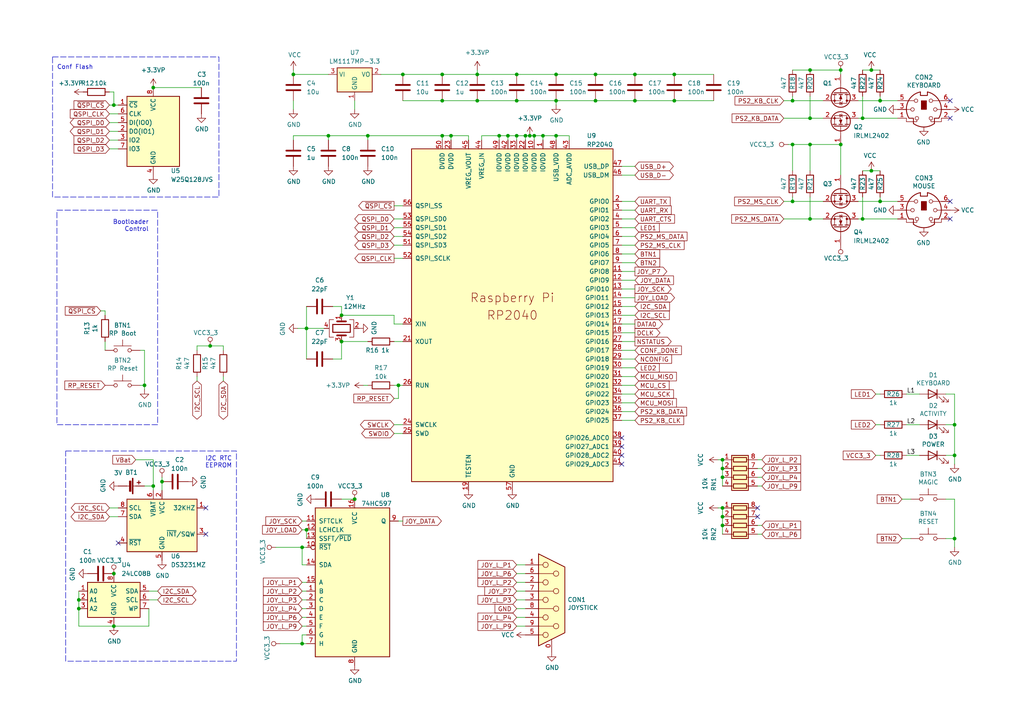
<source format=kicad_sch>
(kicad_sch (version 20250114) (generator "eeschema") (generator_version "9.0")
  (paper "A4")
  (title_block (title "Karabas Pro") (date "2024-05-01") (rev "F"))
  (rectangle (start 19.05 130.81) (end 68.58 191.77) (stroke (width 0) (type dash)))
  (rectangle (start 16.51 60.96) (end 45.72 123.19) (stroke (width 0) (type dash)))
  (rectangle (start 15.24 16.51) (end 63.5 57.15) (stroke (width 0) (type dash)))
  (text "I2C RTC\nEEPROM" (at 67.31 135.89 0) (effects (font (size 1.27 1.27)) (justify right bottom)))
  (text "Bootloader\nControl" (at 43.18 67.31 0) (effects (font (size 1.27 1.27)) (justify right bottom)))
  (text "Conf Flash" (at 16.51 20.32 0) (effects (font (size 1.27 1.27)) (justify left bottom)))
  (junction (at 234.95 34.29))
  (junction (at 195.58 21.59))
  (junction (at 33.02 166.37))
  (junction (at 157.48 39.37))
  (junction (at 115.57 111.76))
  (junction (at 154.94 39.37))
  (junction (at 106.68 39.37))
  (junction (at 22.86 176.53))
  (junction (at 149.86 29.21))
  (junction (at 209.55 152.4))
  (junction (at 44.45 25.4))
  (junction (at 153.67 39.37))
  (junction (at 243.84 20.32))
  (junction (at 250.19 63.5))
  (junction (at 46.99 139.7))
  (junction (at 229.87 29.21))
  (junction (at 44.45 140.97))
  (junction (at 234.95 63.5))
  (junction (at 161.29 21.59))
  (junction (at 138.43 21.59))
  (junction (at 255.27 58.42))
  (junction (at 33.02 30.48))
  (junction (at 184.15 29.21))
  (junction (at 128.27 29.21))
  (junction (at 99.06 91.44))
  (junction (at 229.87 41.91))
  (junction (at 234.95 41.91))
  (junction (at 172.72 29.21))
  (junction (at 276.86 156.21))
  (junction (at 152.4 39.37))
  (junction (at 22.86 173.99))
  (junction (at 85.09 21.59))
  (junction (at 102.87 144.78))
  (junction (at 209.55 138.43))
  (junction (at 60.96 100.33))
  (junction (at 276.86 123.19))
  (junction (at 88.9 95.25))
  (junction (at 209.55 147.32))
  (junction (at 128.27 39.37))
  (junction (at 276.86 132.08))
  (junction (at 147.32 39.37))
  (junction (at 209.55 133.35))
  (junction (at 209.55 135.89))
  (junction (at 116.84 21.59))
  (junction (at 252.73 49.53))
  (junction (at 209.55 149.86))
  (junction (at 184.15 21.59))
  (junction (at 255.27 29.21))
  (junction (at 130.81 39.37))
  (junction (at 87.63 186.69))
  (junction (at 33.02 181.61))
  (junction (at 195.58 29.21))
  (junction (at 234.95 20.32))
  (junction (at 95.25 39.37))
  (junction (at 87.63 158.75))
  (junction (at 99.06 99.06))
  (junction (at 149.86 21.59))
  (junction (at 41.91 111.76))
  (junction (at 229.87 58.42))
  (junction (at 161.29 39.37))
  (junction (at 144.78 39.37))
  (junction (at 250.19 34.29))
  (junction (at 88.9 153.67))
  (junction (at 128.27 21.59))
  (junction (at 172.72 21.59))
  (junction (at 243.84 41.91))
  (junction (at 252.73 20.32))
  (junction (at 161.29 29.21))
  (junction (at 149.86 39.37))
  (junction (at 138.43 29.21))
  (no_connect (at 59.69 147.32))
  (no_connect (at 219.71 147.32))
  (no_connect (at 180.34 127))
  (no_connect (at 59.69 154.94))
  (no_connect (at 275.59 58.42))
  (no_connect (at 275.59 34.29))
  (no_connect (at 219.71 149.86))
  (no_connect (at 275.59 29.21))
  (no_connect (at 275.59 63.5))
  (no_connect (at 180.34 129.54))
  (no_connect (at 180.34 134.62))
  (no_connect (at 34.29 157.48))
  (no_connect (at 180.34 132.08))
  (wire (pts (xy 31.75 30.48) (xy 33.02 30.48)))
  (wire (pts (xy 41.91 111.76) (xy 41.91 113.03)))
  (wire (pts (xy 274.32 156.21) (xy 276.86 156.21)))
  (wire (pts (xy 44.45 133.35) (xy 44.45 140.97)))
  (wire (pts (xy 154.94 39.37) (xy 154.94 40.64)))
  (wire (pts (xy 99.06 104.14) (xy 99.06 99.06)))
  (wire (pts (xy 262.89 132.08) (xy 266.7 132.08)))
  (wire (pts (xy 87.63 186.69) (xy 87.63 184.15)))
  (wire (pts (xy 22.86 173.99) (xy 22.86 176.53)))
  (wire (pts (xy 30.48 90.17) (xy 29.21 90.17)))
  (wire (pts (xy 184.15 21.59) (xy 195.58 21.59)))
  (wire (pts (xy 135.89 39.37) (xy 130.81 39.37)))
  (wire (pts (xy 41.91 140.97) (xy 44.45 140.97)))
  (wire (pts (xy 31.75 40.64) (xy 34.29 40.64)))
  (wire (pts (xy 43.18 181.61) (xy 33.02 181.61)))
  (wire (pts (xy 255.27 20.32) (xy 252.73 20.32)))
  (wire (pts (xy 261.62 156.21) (xy 264.16 156.21)))
  (wire (pts (xy 31.75 147.32) (xy 34.29 147.32)))
  (wire (pts (xy 180.34 68.58) (xy 184.15 68.58)))
  (wire (pts (xy 43.18 173.99) (xy 45.72 173.99)))
  (wire (pts (xy 57.15 100.33) (xy 60.96 100.33)))
  (wire (pts (xy 57.15 109.22) (xy 57.15 110.49)))
  (wire (pts (xy 260.35 29.21) (xy 255.27 29.21)))
  (wire (pts (xy 180.34 73.66) (xy 184.15 73.66)))
  (wire (pts (xy 248.92 63.5) (xy 250.19 63.5)))
  (wire (pts (xy 180.34 63.5) (xy 184.15 63.5)))
  (wire (pts (xy 85.09 20.32) (xy 85.09 21.59)))
  (wire (pts (xy 250.19 49.53) (xy 252.73 49.53)))
  (wire (pts (xy 180.34 58.42) (xy 184.15 58.42)))
  (wire (pts (xy 209.55 135.89) (xy 209.55 138.43)))
  (wire (pts (xy 255.27 132.08) (xy 254 132.08)))
  (wire (pts (xy 180.34 78.74) (xy 184.15 78.74)))
  (wire (pts (xy 114.3 99.06) (xy 116.84 99.06)))
  (wire (pts (xy 87.63 168.91) (xy 88.9 168.91)))
  (wire (pts (xy 105.41 111.76) (xy 106.68 111.76)))
  (wire (pts (xy 274.32 114.3) (xy 276.86 114.3)))
  (wire (pts (xy 229.87 57.15) (xy 229.87 58.42)))
  (wire (pts (xy 234.95 41.91) (xy 234.95 49.53)))
  (wire (pts (xy 44.45 140.97) (xy 44.45 142.24)))
  (wire (pts (xy 180.34 106.68) (xy 184.15 106.68)))
  (wire (pts (xy 209.55 133.35) (xy 209.55 135.89)))
  (wire (pts (xy 209.55 149.86) (xy 209.55 152.4)))
  (wire (pts (xy 172.72 21.59) (xy 184.15 21.59)))
  (wire (pts (xy 255.27 49.53) (xy 252.73 49.53)))
  (wire (pts (xy 248.92 29.21) (xy 255.27 29.21)))
  (wire (pts (xy 157.48 39.37) (xy 161.29 39.37)))
  (wire (pts (xy 106.68 39.37) (xy 128.27 39.37)))
  (wire (pts (xy 130.81 39.37) (xy 128.27 39.37)))
  (wire (pts (xy 227.33 58.42) (xy 229.87 58.42)))
  (wire (pts (xy 114.3 91.44) (xy 114.3 93.98)))
  (wire (pts (xy 229.87 58.42) (xy 238.76 58.42)))
  (wire (pts (xy 87.63 184.15) (xy 88.9 184.15)))
  (wire (pts (xy 41.91 101.6) (xy 41.91 111.76)))
  (wire (pts (xy 274.32 144.78) (xy 276.86 144.78)))
  (wire (pts (xy 99.06 99.06) (xy 106.68 99.06)))
  (wire (pts (xy 161.29 29.21) (xy 172.72 29.21)))
  (wire (pts (xy 234.95 63.5) (xy 238.76 63.5)))
  (wire (pts (xy 152.4 166.37) (xy 149.86 166.37)))
  (wire (pts (xy 31.75 38.1) (xy 34.29 38.1)))
  (wire (pts (xy 114.3 123.19) (xy 116.84 123.19)))
  (wire (pts (xy 87.63 176.53) (xy 88.9 176.53)))
  (wire (pts (xy 220.98 140.97) (xy 219.71 140.97)))
  (wire (pts (xy 149.86 163.83) (xy 152.4 163.83)))
  (wire (pts (xy 248.92 58.42) (xy 255.27 58.42)))
  (wire (pts (xy 250.19 20.32) (xy 252.73 20.32)))
  (wire (pts (xy 128.27 39.37) (xy 128.27 40.64)))
  (wire (pts (xy 180.34 66.04) (xy 184.15 66.04)))
  (wire (pts (xy 87.63 153.67) (xy 88.9 153.67)))
  (wire (pts (xy 139.7 40.64) (xy 139.7 39.37)))
  (wire (pts (xy 227.33 63.5) (xy 234.95 63.5)))
  (wire (pts (xy 180.34 104.14) (xy 184.15 104.14)))
  (wire (pts (xy 243.84 20.32) (xy 243.84 21.59)))
  (wire (pts (xy 152.4 173.99) (xy 149.86 173.99)))
  (wire (pts (xy 39.37 133.35) (xy 44.45 133.35)))
  (wire (pts (xy 227.33 29.21) (xy 229.87 29.21)))
  (wire (pts (xy 116.84 21.59) (xy 128.27 21.59)))
  (wire (pts (xy 184.15 29.21) (xy 195.58 29.21)))
  (wire (pts (xy 85.09 21.59) (xy 95.25 21.59)))
  (wire (pts (xy 87.63 158.75) (xy 87.63 163.83)))
  (wire (pts (xy 114.3 71.12) (xy 116.84 71.12)))
  (wire (pts (xy 180.34 60.96) (xy 184.15 60.96)))
  (wire (pts (xy 31.75 149.86) (xy 34.29 149.86)))
  (wire (pts (xy 30.48 90.17) (xy 30.48 91.44)))
  (wire (pts (xy 85.09 40.64) (xy 85.09 39.37)))
  (wire (pts (xy 87.63 151.13) (xy 88.9 151.13)))
  (wire (pts (xy 135.89 40.64) (xy 135.89 39.37)))
  (wire (pts (xy 250.19 27.94) (xy 250.19 34.29)))
  (wire (pts (xy 180.34 93.98) (xy 184.15 93.98)))
  (wire (pts (xy 180.34 71.12) (xy 184.15 71.12)))
  (wire (pts (xy 96.52 104.14) (xy 99.06 104.14)))
  (wire (pts (xy 262.89 114.3) (xy 266.7 114.3)))
  (wire (pts (xy 274.32 132.08) (xy 276.86 132.08)))
  (wire (pts (xy 44.45 25.4) (xy 58.42 25.4)))
  (wire (pts (xy 220.98 133.35) (xy 219.71 133.35)))
  (wire (pts (xy 114.3 68.58) (xy 116.84 68.58)))
  (wire (pts (xy 180.34 119.38) (xy 184.15 119.38)))
  (wire (pts (xy 180.34 114.3) (xy 184.15 114.3)))
  (wire (pts (xy 254 123.19) (xy 255.27 123.19)))
  (wire (pts (xy 114.3 125.73) (xy 116.84 125.73)))
  (wire (pts (xy 139.7 39.37) (xy 144.78 39.37)))
  (wire (pts (xy 87.63 171.45) (xy 88.9 171.45)))
  (wire (pts (xy 161.29 30.48) (xy 161.29 29.21)))
  (wire (pts (xy 87.63 173.99) (xy 88.9 173.99)))
  (wire (pts (xy 64.77 109.22) (xy 64.77 110.49)))
  (wire (pts (xy 149.86 181.61) (xy 152.4 181.61)))
  (wire (pts (xy 22.86 171.45) (xy 22.86 173.99)))
  (wire (pts (xy 138.43 20.32) (xy 138.43 21.59)))
  (wire (pts (xy 149.86 171.45) (xy 152.4 171.45)))
  (wire (pts (xy 254 114.3) (xy 255.27 114.3)))
  (wire (pts (xy 147.32 39.37) (xy 147.32 40.64)))
  (wire (pts (xy 209.55 133.35) (xy 208.28 133.35)))
  (wire (pts (xy 250.19 63.5) (xy 250.19 57.15)))
  (wire (pts (xy 114.3 93.98) (xy 116.84 93.98)))
  (wire (pts (xy 180.34 86.36) (xy 184.15 86.36)))
  (wire (pts (xy 276.86 132.08) (xy 276.86 134.62)))
  (wire (pts (xy 153.67 39.37) (xy 154.94 39.37)))
  (wire (pts (xy 40.64 101.6) (xy 41.91 101.6)))
  (wire (pts (xy 180.34 81.28) (xy 184.15 81.28)))
  (wire (pts (xy 40.64 111.76) (xy 41.91 111.76)))
  (wire (pts (xy 180.34 96.52) (xy 184.15 96.52)))
  (wire (pts (xy 255.27 29.21) (xy 255.27 27.94)))
  (wire (pts (xy 87.63 179.07) (xy 88.9 179.07)))
  (wire (pts (xy 31.75 43.18) (xy 34.29 43.18)))
  (wire (pts (xy 99.06 144.78) (xy 102.87 144.78)))
  (wire (pts (xy 234.95 27.94) (xy 234.95 34.29)))
  (wire (pts (xy 88.9 186.69) (xy 87.63 186.69)))
  (wire (pts (xy 180.34 91.44) (xy 184.15 91.44)))
  (wire (pts (xy 180.34 48.26) (xy 184.15 48.26)))
  (wire (pts (xy 138.43 21.59) (xy 149.86 21.59)))
  (wire (pts (xy 229.87 41.91) (xy 229.87 49.53)))
  (wire (pts (xy 46.99 139.7) (xy 46.99 142.24)))
  (wire (pts (xy 110.49 21.59) (xy 116.84 21.59)))
  (wire (pts (xy 276.86 156.21) (xy 276.86 158.75)))
  (wire (pts (xy 95.25 39.37) (xy 95.25 40.64)))
  (wire (pts (xy 57.15 101.6) (xy 57.15 100.33)))
  (wire (pts (xy 88.9 95.25) (xy 93.98 95.25)))
  (wire (pts (xy 114.3 66.04) (xy 116.84 66.04)))
  (wire (pts (xy 228.6 41.91) (xy 229.87 41.91)))
  (wire (pts (xy 180.34 111.76) (xy 184.15 111.76)))
  (wire (pts (xy 64.77 100.33) (xy 60.96 100.33)))
  (wire (pts (xy 114.3 115.57) (xy 115.57 115.57)))
  (wire (pts (xy 229.87 41.91) (xy 234.95 41.91)))
  (wire (pts (xy 95.25 39.37) (xy 106.68 39.37)))
  (wire (pts (xy 234.95 20.32) (xy 243.84 20.32)))
  (wire (pts (xy 180.34 101.6) (xy 184.15 101.6)))
  (wire (pts (xy 180.34 121.92) (xy 184.15 121.92)))
  (wire (pts (xy 152.4 39.37) (xy 152.4 40.64)))
  (wire (pts (xy 114.3 59.69) (xy 116.84 59.69)))
  (wire (pts (xy 144.78 39.37) (xy 147.32 39.37)))
  (wire (pts (xy 31.75 35.56) (xy 34.29 35.56)))
  (wire (pts (xy 234.95 34.29) (xy 238.76 34.29)))
  (wire (pts (xy 229.87 27.94) (xy 229.87 29.21)))
  (wire (pts (xy 128.27 21.59) (xy 138.43 21.59)))
  (wire (pts (xy 260.35 34.29) (xy 250.19 34.29)))
  (wire (pts (xy 248.92 34.29) (xy 250.19 34.29)))
  (wire (pts (xy 161.29 39.37) (xy 165.1 39.37)))
  (wire (pts (xy 149.86 168.91) (xy 152.4 168.91)))
  (wire (pts (xy 243.84 41.91) (xy 243.84 50.8)))
  (wire (pts (xy 149.86 21.59) (xy 161.29 21.59)))
  (wire (pts (xy 115.57 115.57) (xy 115.57 111.76)))
  (wire (pts (xy 229.87 20.32) (xy 234.95 20.32)))
  (wire (pts (xy 274.32 123.19) (xy 276.86 123.19)))
  (wire (pts (xy 172.72 29.21) (xy 184.15 29.21)))
  (wire (pts (xy 149.86 39.37) (xy 149.86 40.64)))
  (wire (pts (xy 88.9 153.67) (xy 88.9 156.21)))
  (wire (pts (xy 276.86 123.19) (xy 276.86 132.08)))
  (wire (pts (xy 106.68 39.37) (xy 106.68 40.64)))
  (wire (pts (xy 149.86 176.53) (xy 152.4 176.53)))
  (wire (pts (xy 114.3 63.5) (xy 116.84 63.5)))
  (wire (pts (xy 276.86 114.3) (xy 276.86 123.19)))
  (wire (pts (xy 96.52 88.9) (xy 99.06 88.9)))
  (wire (pts (xy 180.34 116.84) (xy 184.15 116.84)))
  (wire (pts (xy 86.36 95.25) (xy 88.9 95.25)))
  (wire (pts (xy 85.09 31.75) (xy 85.09 29.21)))
  (wire (pts (xy 276.86 144.78) (xy 276.86 156.21)))
  (wire (pts (xy 46.99 138.43) (xy 46.99 139.7)))
  (wire (pts (xy 115.57 111.76) (xy 114.3 111.76)))
  (wire (pts (xy 147.32 39.37) (xy 149.86 39.37)))
  (wire (pts (xy 99.06 88.9) (xy 99.06 91.44)))
  (wire (pts (xy 87.63 181.61) (xy 88.9 181.61)))
  (wire (pts (xy 130.81 39.37) (xy 130.81 40.64)))
  (wire (pts (xy 149.86 29.21) (xy 161.29 29.21)))
  (wire (pts (xy 234.95 57.15) (xy 234.95 63.5)))
  (wire (pts (xy 195.58 29.21) (xy 207.01 29.21)))
  (wire (pts (xy 261.62 144.78) (xy 264.16 144.78)))
  (wire (pts (xy 209.55 147.32) (xy 209.55 149.86)))
  (wire (pts (xy 180.34 83.82) (xy 184.15 83.82)))
  (wire (pts (xy 255.27 57.15) (xy 255.27 58.42)))
  (wire (pts (xy 43.18 176.53) (xy 43.18 181.61)))
  (wire (pts (xy 31.75 33.02) (xy 34.29 33.02)))
  (wire (pts (xy 30.48 99.06) (xy 30.48 101.6)))
  (wire (pts (xy 157.48 39.37) (xy 157.48 40.64)))
  (wire (pts (xy 33.02 30.48) (xy 34.29 30.48)))
  (wire (pts (xy 180.34 50.8) (xy 184.15 50.8)))
  (wire (pts (xy 80.01 158.75) (xy 87.63 158.75)))
  (wire (pts (xy 161.29 40.64) (xy 161.29 39.37)))
  (wire (pts (xy 22.86 181.61) (xy 33.02 181.61)))
  (wire (pts (xy 64.77 101.6) (xy 64.77 100.33)))
  (wire (pts (xy 22.86 176.53) (xy 22.86 181.61)))
  (wire (pts (xy 229.87 29.21) (xy 238.76 29.21)))
  (wire (pts (xy 180.34 88.9) (xy 184.15 88.9)))
  (wire (pts (xy 99.06 91.44) (xy 114.3 91.44)))
  (wire (pts (xy 260.35 63.5) (xy 250.19 63.5)))
  (wire (pts (xy 180.34 109.22) (xy 184.15 109.22)))
  (wire (pts (xy 165.1 39.37) (xy 165.1 40.64)))
  (wire (pts (xy 88.9 88.9) (xy 88.9 95.25)))
  (wire (pts (xy 149.86 39.37) (xy 152.4 39.37)))
  (wire (pts (xy 114.3 74.93) (xy 116.84 74.93)))
  (wire (pts (xy 152.4 39.37) (xy 153.67 39.37)))
  (wire (pts (xy 81.28 186.69) (xy 87.63 186.69)))
  (wire (pts (xy 208.28 147.32) (xy 209.55 147.32)))
  (wire (pts (xy 144.78 40.64) (xy 144.78 39.37)))
  (wire (pts (xy 102.87 29.21) (xy 102.87 31.75)))
  (wire (pts (xy 180.34 99.06) (xy 184.15 99.06)))
  (wire (pts (xy 262.89 123.19) (xy 266.7 123.19)))
  (wire (pts (xy 154.94 39.37) (xy 157.48 39.37)))
  (wire (pts (xy 209.55 138.43) (xy 209.55 140.97)))
  (wire (pts (xy 227.33 34.29) (xy 234.95 34.29)))
  (wire (pts (xy 87.63 158.75) (xy 88.9 158.75)))
  (wire (pts (xy 234.95 41.91) (xy 243.84 41.91)))
  (wire (pts (xy 87.63 163.83) (xy 88.9 163.83)))
  (wire (pts (xy 33.02 26.67) (xy 33.02 30.48)))
  (wire (pts (xy 43.18 171.45) (xy 45.72 171.45)))
  (wire (pts (xy 85.09 39.37) (xy 95.25 39.37)))
  (wire (pts (xy 115.57 151.13) (xy 116.84 151.13)))
  (wire (pts (xy 220.98 138.43) (xy 219.71 138.43)))
  (wire (pts (xy 255.27 58.42) (xy 260.35 58.42)))
  (wire (pts (xy 195.58 21.59) (xy 207.01 21.59)))
  (wire (pts (xy 220.98 135.89) (xy 219.71 135.89)))
  (wire (pts (xy 128.27 29.21) (xy 138.43 29.21)))
  (wire (pts (xy 88.9 95.25) (xy 88.9 104.14)))
  (wire (pts (xy 219.71 154.94) (xy 220.98 154.94)))
  (wire (pts (xy 116.84 29.21) (xy 128.27 29.21)))
  (wire (pts (xy 209.55 152.4) (xy 209.55 154.94)))
  (wire (pts (xy 180.34 76.2) (xy 184.15 76.2)))
  (wire (pts (xy 116.84 111.76) (xy 115.57 111.76)))
  (wire (pts (xy 31.75 26.67) (xy 33.02 26.67)))
  (wire (pts (xy 161.29 21.59) (xy 172.72 21.59)))
  (wire (pts (xy 138.43 29.21) (xy 149.86 29.21)))
  (wire (pts (xy 219.71 152.4) (xy 220.98 152.4)))
  (wire (pts (xy 149.86 179.07) (xy 152.4 179.07)))
  (label "L1" (at 265.43 114.3 180))
  (label "L3" (at 265.43 132.08 180))
  (label "L2" (at 265.43 123.19 180))
  (global_label "USB_D+" (shape bidirectional) (at 184.15 48.26 0) (property "Intersheetrefs" "${INTERSHEET_REFS}" (effects (hide yes))))
  (global_label "VBat" (shape input) (at 39.37 133.35 180) (property "Intersheetrefs" "${INTERSHEET_REFS}" (effects (hide yes))))
  (global_label "JOY_L_P6" (shape input) (at 149.86 166.37 180) (property "Intersheetrefs" "${INTERSHEET_REFS}" (effects (hide yes))))
  (global_label "PS2_MS_CLK" (shape input) (at 227.33 58.42 180) (property "Intersheetrefs" "${INTERSHEET_REFS}" (effects (hide yes))))
  (global_label "QSPI_D2" (shape input) (at 31.75 40.64 180) (property "Intersheetrefs" "${INTERSHEET_REFS}" (effects (hide yes))))
  (global_label "JOY_L_P1" (shape input) (at 220.98 152.4 0) (property "Intersheetrefs" "${INTERSHEET_REFS}" (effects (hide yes))))
  (global_label "SWCLK" (shape bidirectional) (at 114.3 123.19 180) (property "Intersheetrefs" "${INTERSHEET_REFS}" (effects (hide yes))))
  (global_label "I2C_SCL" (shape bidirectional) (at 45.72 173.99 0) (property "Intersheetrefs" "${INTERSHEET_REFS}" (effects (hide yes))))
  (global_label "JOY_L_P9" (shape input) (at 149.86 181.61 180) (property "Intersheetrefs" "${INTERSHEET_REFS}" (effects (hide yes))))
  (global_label "I2C_SCL" (shape input) (at 184.15 91.44 0) (property "Intersheetrefs" "${INTERSHEET_REFS}" (effects (hide yes))))
  (global_label "DCLK" (shape output) (at 184.15 96.52 0) (property "Intersheetrefs" "${INTERSHEET_REFS}" (effects (hide yes))))
  (global_label "USB_D-" (shape bidirectional) (at 184.15 50.8 0) (property "Intersheetrefs" "${INTERSHEET_REFS}" (effects (hide yes))))
  (global_label "GND" (shape input) (at 149.86 176.53 180) (property "Intersheetrefs" "${INTERSHEET_REFS}" (effects (hide yes))))
  (global_label "PS2_MS_DATA" (shape input) (at 184.15 68.58 0) (property "Intersheetrefs" "${INTERSHEET_REFS}" (effects (hide yes))))
  (global_label "QSPI_D2" (shape bidirectional) (at 114.3 68.58 180) (property "Intersheetrefs" "${INTERSHEET_REFS}" (effects (hide yes))))
  (global_label "JOY_P7" (shape input) (at 149.86 171.45 180) (property "Intersheetrefs" "${INTERSHEET_REFS}" (effects (hide yes))))
  (global_label "UART_CTS" (shape input) (at 184.15 63.5 0) (property "Intersheetrefs" "${INTERSHEET_REFS}" (effects (hide yes))))
  (global_label "JOY_P7" (shape output) (at 184.15 78.74 0) (property "Intersheetrefs" "${INTERSHEET_REFS}" (effects (hide yes))))
  (global_label "JOY_L_P1" (shape input) (at 149.86 163.83 180) (property "Intersheetrefs" "${INTERSHEET_REFS}" (effects (hide yes))))
  (global_label "QSPI_D0" (shape bidirectional) (at 31.75 35.56 180) (property "Intersheetrefs" "${INTERSHEET_REFS}" (effects (hide yes))))
  (global_label "QSPI_D3" (shape bidirectional) (at 114.3 71.12 180) (property "Intersheetrefs" "${INTERSHEET_REFS}" (effects (hide yes))))
  (global_label "JOY_L_P3" (shape input) (at 220.98 135.89 0) (property "Intersheetrefs" "${INTERSHEET_REFS}" (effects (hide yes))))
  (global_label "I2C_SCL" (shape bidirectional) (at 57.15 110.49 270) (property "Intersheetrefs" "${INTERSHEET_REFS}" (effects (hide yes))))
  (global_label "MCU_MISO" (shape input) (at 184.15 109.22 0) (property "Intersheetrefs" "${INTERSHEET_REFS}" (effects (hide yes))))
  (global_label "LED1" (shape input) (at 184.15 66.04 0) (property "Intersheetrefs" "${INTERSHEET_REFS}" (effects (hide yes))))
  (global_label "JOY_L_P2" (shape input) (at 220.98 133.35 0) (property "Intersheetrefs" "${INTERSHEET_REFS}" (effects (hide yes))))
  (global_label "I2C_SCL" (shape bidirectional) (at 31.75 147.32 180) (property "Intersheetrefs" "${INTERSHEET_REFS}" (effects (hide yes))))
  (global_label "QSPI_D1" (shape bidirectional) (at 31.75 38.1 180) (property "Intersheetrefs" "${INTERSHEET_REFS}" (effects (hide yes))))
  (global_label "NCONFIG" (shape input) (at 184.15 104.14 0) (property "Intersheetrefs" "${INTERSHEET_REFS}" (effects (hide yes))))
  (global_label "PS2_MS_DATA" (shape input) (at 227.33 63.5 180) (property "Intersheetrefs" "${INTERSHEET_REFS}" (effects (hide yes))))
  (global_label "JOY_LOAD" (shape input) (at 87.63 153.67 180) (property "Intersheetrefs" "${INTERSHEET_REFS}" (effects (hide yes))))
  (global_label "BTN1" (shape input) (at 184.15 73.66 0) (property "Intersheetrefs" "${INTERSHEET_REFS}" (effects (hide yes))))
  (global_label "~{QSPI_CS}" (shape input) (at 29.21 90.17 180) (property "Intersheetrefs" "${INTERSHEET_REFS}" (effects (hide yes))))
  (global_label "RP_RESET" (shape input) (at 30.48 111.76 180) (property "Intersheetrefs" "${INTERSHEET_REFS}" (effects (hide yes))))
  (global_label "LED2" (shape input) (at 184.15 106.68 0) (property "Intersheetrefs" "${INTERSHEET_REFS}" (effects (hide yes))))
  (global_label "JOY_SCK" (shape output) (at 184.15 83.82 0) (property "Intersheetrefs" "${INTERSHEET_REFS}" (effects (hide yes))))
  (global_label "BTN1" (shape input) (at 261.62 144.78 180) (property "Intersheetrefs" "${INTERSHEET_REFS}" (effects (hide yes))))
  (global_label "JOY_L_P3" (shape input) (at 149.86 173.99 180) (property "Intersheetrefs" "${INTERSHEET_REFS}" (effects (hide yes))))
  (global_label "JOY_L_P6" (shape input) (at 87.63 179.07 180) (property "Intersheetrefs" "${INTERSHEET_REFS}" (effects (hide yes))))
  (global_label "MCU_MOSI" (shape input) (at 184.15 116.84 0) (property "Intersheetrefs" "${INTERSHEET_REFS}" (effects (hide yes))))
  (global_label "~{QSPI_CS}" (shape input) (at 31.75 30.48 180) (property "Intersheetrefs" "${INTERSHEET_REFS}" (effects (hide yes))))
  (global_label "PS2_KB_DATA" (shape input) (at 227.33 34.29 180) (property "Intersheetrefs" "${INTERSHEET_REFS}" (effects (hide yes))))
  (global_label "JOY_L_P9" (shape input) (at 220.98 140.97 0) (property "Intersheetrefs" "${INTERSHEET_REFS}" (effects (hide yes))))
  (global_label "PS2_MS_CLK" (shape input) (at 184.15 71.12 0) (property "Intersheetrefs" "${INTERSHEET_REFS}" (effects (hide yes))))
  (global_label "UART_TX" (shape input) (at 184.15 58.42 0) (property "Intersheetrefs" "${INTERSHEET_REFS}" (effects (hide yes))))
  (global_label "JOY_L_P2" (shape input) (at 149.86 168.91 180) (property "Intersheetrefs" "${INTERSHEET_REFS}" (effects (hide yes))))
  (global_label "PS2_KB_DATA" (shape input) (at 184.15 119.38 0) (property "Intersheetrefs" "${INTERSHEET_REFS}" (effects (hide yes))))
  (global_label "JOY_L_P2" (shape input) (at 87.63 171.45 180) (property "Intersheetrefs" "${INTERSHEET_REFS}" (effects (hide yes))))
  (global_label "QSPI_CLK" (shape output) (at 114.3 74.93 180) (property "Intersheetrefs" "${INTERSHEET_REFS}" (effects (hide yes))))
  (global_label "JOY_L_P4" (shape input) (at 87.63 176.53 180) (property "Intersheetrefs" "${INTERSHEET_REFS}" (effects (hide yes))))
  (global_label "PS2_KB_CLK" (shape input) (at 227.33 29.21 180) (property "Intersheetrefs" "${INTERSHEET_REFS}" (effects (hide yes))))
  (global_label "QSPI_CLK" (shape input) (at 31.75 33.02 180) (property "Intersheetrefs" "${INTERSHEET_REFS}" (effects (hide yes))))
  (global_label "VCC3_3" (shape input) (at 254 132.08 180) (property "Intersheetrefs" "${INTERSHEET_REFS}" (effects (hide yes))))
  (global_label "DATA0" (shape output) (at 184.15 93.98 0) (property "Intersheetrefs" "${INTERSHEET_REFS}" (effects (hide yes))))
  (global_label "QSPI_D0" (shape bidirectional) (at 114.3 63.5 180) (property "Intersheetrefs" "${INTERSHEET_REFS}" (effects (hide yes))))
  (global_label "MCU_SCK" (shape input) (at 184.15 114.3 0) (property "Intersheetrefs" "${INTERSHEET_REFS}" (effects (hide yes))))
  (global_label "MCU_CS" (shape input) (at 184.15 111.76 0) (property "Intersheetrefs" "${INTERSHEET_REFS}" (effects (hide yes))))
  (global_label "NSTATUS" (shape output) (at 184.15 99.06 0) (property "Intersheetrefs" "${INTERSHEET_REFS}" (effects (hide yes))))
  (global_label "JOY_DATA" (shape output) (at 116.84 151.13 0) (property "Intersheetrefs" "${INTERSHEET_REFS}" (effects (hide yes))))
  (global_label "QSPI_D3" (shape input) (at 31.75 43.18 180) (property "Intersheetrefs" "${INTERSHEET_REFS}" (effects (hide yes))))
  (global_label "JOY_L_P1" (shape input) (at 87.63 168.91 180) (property "Intersheetrefs" "${INTERSHEET_REFS}" (effects (hide yes))))
  (global_label "I2C_SDA" (shape input) (at 184.15 88.9 0) (property "Intersheetrefs" "${INTERSHEET_REFS}" (effects (hide yes))))
  (global_label "JOY_L_P4" (shape input) (at 149.86 179.07 180) (property "Intersheetrefs" "${INTERSHEET_REFS}" (effects (hide yes))))
  (global_label "LED2" (shape input) (at 254 123.19 180) (property "Intersheetrefs" "${INTERSHEET_REFS}" (effects (hide yes))))
  (global_label "I2C_SDA" (shape bidirectional) (at 31.75 149.86 180) (property "Intersheetrefs" "${INTERSHEET_REFS}" (effects (hide yes))))
  (global_label "I2C_SDA" (shape bidirectional) (at 45.72 171.45 0) (property "Intersheetrefs" "${INTERSHEET_REFS}" (effects (hide yes))))
  (global_label "I2C_SDA" (shape bidirectional) (at 64.77 110.49 270) (property "Intersheetrefs" "${INTERSHEET_REFS}" (effects (hide yes))))
  (global_label "RP_RESET" (shape input) (at 114.3 115.57 180) (property "Intersheetrefs" "${INTERSHEET_REFS}" (effects (hide yes))))
  (global_label "JOY_L_P4" (shape input) (at 220.98 138.43 0) (property "Intersheetrefs" "${INTERSHEET_REFS}" (effects (hide yes))))
  (global_label "BTN2" (shape input) (at 184.15 76.2 0) (property "Intersheetrefs" "${INTERSHEET_REFS}" (effects (hide yes))))
  (global_label "CONF_DONE" (shape input) (at 184.15 101.6 0) (property "Intersheetrefs" "${INTERSHEET_REFS}" (effects (hide yes))))
  (global_label "JOY_LOAD" (shape output) (at 184.15 86.36 0) (property "Intersheetrefs" "${INTERSHEET_REFS}" (effects (hide yes))))
  (global_label "SWDIO" (shape bidirectional) (at 114.3 125.73 180) (property "Intersheetrefs" "${INTERSHEET_REFS}" (effects (hide yes))))
  (global_label "UART_RX" (shape input) (at 184.15 60.96 0) (property "Intersheetrefs" "${INTERSHEET_REFS}" (effects (hide yes))))
  (global_label "~{QSPI_CS}" (shape output) (at 114.3 59.69 180) (property "Intersheetrefs" "${INTERSHEET_REFS}" (effects (hide yes))))
  (global_label "JOY_L_P6" (shape input) (at 220.98 154.94 0) (property "Intersheetrefs" "${INTERSHEET_REFS}" (effects (hide yes))))
  (global_label "JOY_DATA" (shape input) (at 184.15 81.28 0) (property "Intersheetrefs" "${INTERSHEET_REFS}" (effects (hide yes))))
  (global_label "LED1" (shape input) (at 254 114.3 180) (property "Intersheetrefs" "${INTERSHEET_REFS}" (effects (hide yes))))
  (global_label "JOY_L_P9" (shape input) (at 87.63 181.61 180) (property "Intersheetrefs" "${INTERSHEET_REFS}" (effects (hide yes))))
  (global_label "JOY_SCK" (shape input) (at 87.63 151.13 180) (property "Intersheetrefs" "${INTERSHEET_REFS}" (effects (hide yes))))
  (global_label "PS2_KB_CLK" (shape input) (at 184.15 121.92 0) (property "Intersheetrefs" "${INTERSHEET_REFS}" (effects (hide yes))))
  (global_label "QSPI_D1" (shape bidirectional) (at 114.3 66.04 180) (property "Intersheetrefs" "${INTERSHEET_REFS}" (effects (hide yes))))
  (global_label "BTN2" (shape input) (at 261.62 156.21 180) (property "Intersheetrefs" "${INTERSHEET_REFS}" (effects (hide yes))))
  (global_label "JOY_L_P3" (shape input) (at 87.63 173.99 180) (property "Intersheetrefs" "${INTERSHEET_REFS}" (effects (hide yes))))
  (symbol (lib_id "power:+3.3VP") (at 153.67 39.37 0) (unit 1)
    (property "Reference" "#PWR061" (effects (hide yes)))
    (property "Value" "+3.3VP" (at 153.67 34.29 0))
  )
  (symbol (lib_id "power:+3.3VP") (at 44.45 25.4 0) (unit 1)
    (property "Reference" "#PWR036" (effects (hide yes)))
    (property "Value" "+3.3VP" (at 44.45 20.32 0))
  )
  (symbol (lib_id "Device:Battery_Cell") (at 36.83 140.97 270) (mirror x) (unit 1)
    (property "Reference" "BT1" (at 36.322 137.033 90) (effects (justify left)))
    (property "Value" "3V" (at 33.02 137.16 90) (effects (justify left)))
    (property "Footprint" "footprints:BAT_BS-7-BLUE" (effects (hide yes)))
  )
  (symbol (lib_id "Regulator_Linear:LM1117MP-3.3") (at 102.87 21.59 0) (unit 1)
    (property "Reference" "U7" (at 102.87 15.24 0))
    (property "Value" "LM1117MP-3.3" (at 102.87 17.78 0))
    (property "Footprint" "Package_TO_SOT_SMD:SOT-223-3_TabPin2" (effects (hide yes)))
    (property "Datasheet" "http://www.ti.com/lit/ds/symlink/lm1117.pdf" (effects (hide yes)))
  )
  (symbol (lib_id "Device:R_Pack04") (at 214.63 152.4 270) (unit 1)
    (property "Reference" "RN2" (at 207.01 154.94 0))
    (property "Value" "10k" (at 204.47 154.94 0))
    (property "Footprint" "Resistor_SMD:R_Array_Convex_4x0603" (effects (hide yes)))
  )
  (symbol (lib_id "Device:C") (at 138.43 25.4 0) (unit 1)
    (property "Reference" "C13" (at 142.24 24.13 0) (effects (justify left)))
    (property "Value" "100n" (at 142.24 26.67 0) (effects (justify left)))
    (property "Footprint" "Capacitor_SMD:C_0805_2012Metric_Pad1.18x1.45mm_HandSolder" (effects (hide yes)))
  )
  (symbol (lib_id "Switch:SW_Push") (at 269.24 144.78 0) (unit 1)
    (property "Reference" "BTN3" (at 269.24 137.541 0))
    (property "Value" "MAGIC" (at 269.24 139.8524 0))
    (property "Footprint" "Button_Switch_THT:SW_Tactile_SPST_Angled_PTS645Vx58-2LFS" (effects (hide yes)))
  )
  (symbol (lib_id "power:GND") (at 260.35 60.96 270) (mirror x) (unit 1)
    (property "Reference" "#PWR072" (effects (hide yes)))
    (property "Value" "GND" (at 255.27 60.96 90))
  )
  (symbol (lib_id "power:GND") (at 276.86 158.75 0) (unit 1)
    (property "Reference" "#PWR078" (effects (hide yes)))
    (property "Value" "GND" (at 276.987 163.1442 0))
  )
  (symbol (lib_id "Device:LED") (at 270.51 123.19 0) (mirror y) (unit 1)
    (property "Reference" "D2" (at 270.6878 117.6782 0))
    (property "Value" "ACTIVITY" (at 270.6878 119.9896 0))
    (property "Footprint" "LED_SMD:LED_0805_2012Metric_Pad1.15x1.40mm_HandSolder" (effects (hide yes)))
  )
  (symbol (lib_id "Transistor_FET:IRLML0030") (at 243.84 66.04 270) (mirror x) (unit 1)
    (property "Reference" "Q4" (at 248.92 67.31 90))
    (property "Value" "IRLML2402" (at 252.73 69.85 90))
    (property "Footprint" "Package_TO_SOT_SMD:SOT-23" (effects (hide yes)))
    (property "Datasheet" "https://www.infineon.com/dgdl/irlml0030pbf.pdf?fileId=5546d462533600a401535664773825df" (effects (hide yes)))
  )
  (symbol (lib_id "Switch:SW_Push") (at 269.24 156.21 0) (unit 1)
    (property "Reference" "BTN4" (at 269.24 148.971 0))
    (property "Value" "RESET" (at 269.24 151.2824 0))
    (property "Footprint" "Button_Switch_THT:SW_Tactile_SPST_Angled_PTS645Vx58-2LFS" (effects (hide yes)))
  )
  (symbol (lib_id "power:+3.3VP") (at 105.41 111.76 90) (unit 1)
    (property "Reference" "#PWR055" (effects (hide yes)))
    (property "Value" "+3.3VP" (at 101.6 111.76 90) (effects (justify left)))
  )
  (symbol (lib_id "Device:R") (at 229.87 53.34 0) (mirror x) (unit 1)
    (property "Reference" "R19" (at 229.87 53.34 90))
    (property "Value" "4k7" (at 227.33 53.34 90))
    (property "Footprint" "Resistor_SMD:R_0805_2012Metric_Pad1.20x1.40mm_HandSolder" (effects (hide yes)))
  )
  (symbol (lib_id "power:GND") (at 85.09 48.26 0) (unit 1)
    (property "Reference" "#PWR047" (effects (hide yes)))
    (property "Value" "GND" (at 85.217 52.6542 0))
  )
  (symbol (lib_id "Device:R") (at 250.19 24.13 0) (mirror x) (unit 1)
    (property "Reference" "R22" (at 250.19 24.13 90))
    (property "Value" "4k7" (at 247.65 24.13 90))
    (property "Footprint" "Resistor_SMD:R_0805_2012Metric_Pad1.15x1.40mm_HandSolder" (effects (hide yes)))
  )
  (symbol (lib_id "Device:C") (at 92.71 104.14 270) (unit 1)
    (property "Reference" "C7" (at 92.71 96.52 90))
    (property "Value" "22pF" (at 92.71 99.06 90))
    (property "Footprint" "Capacitor_SMD:C_0805_2012Metric_Pad1.18x1.45mm_HandSolder" (effects (hide yes)))
  )
  (symbol (lib_id "Device:R") (at 259.08 132.08 90) (unit 1)
    (property "Reference" "R28" (at 259.08 132.08 90))
    (property "Value" "1k" (at 259.08 134.62 90))
    (property "Footprint" "Resistor_SMD:R_0805_2012Metric_Pad1.15x1.40mm_HandSolder" (effects (hide yes)))
  )
  (symbol (lib_id "power:+3.3VP") (at 138.43 20.32 0) (unit 1)
    (property "Reference" "#PWR058" (effects (hide yes)))
    (property "Value" "+3.3VP" (at 138.43 15.24 0))
  )
  (symbol (lib_id "vcc33:VCC3_3") (at 80.01 158.75 90) (unit 1)
    (property "Reference" "#PWR043" (effects (hide yes)))
    (property "Value" "VCC3_3" (at 76.2 160.02 0))
  )
  (symbol (lib_id "vcc33:VCC3_3") (at 102.87 144.78 0) (unit 1)
    (property "Reference" "#PWR052" (effects (hide yes)))
    (property "Value" "VCC3_3" (at 101.6 140.97 0))
  )
  (symbol (lib_id "power:+3.3VP") (at 24.13 26.67 90) (unit 1)
    (property "Reference" "#PWR029" (effects (hide yes)))
    (property "Value" "+3.3VP" (at 24.13 24.13 90) (effects (justify left)))
  )
  (symbol (lib_id "power:GND") (at 102.87 193.04 0) (unit 1)
    (property "Reference" "#PWR053" (effects (hide yes)))
    (property "Value" "GND" (at 102.997 197.4342 0))
  )
  (symbol (lib_id "Device:C") (at 92.71 88.9 270) (unit 1)
    (property "Reference" "C6" (at 92.71 81.28 90))
    (property "Value" "22pF" (at 92.71 83.82 90))
    (property "Footprint" "Capacitor_SMD:C_0805_2012Metric_Pad1.18x1.45mm_HandSolder" (effects (hide yes)))
  )
  (symbol (lib_id "Device:R") (at 255.27 24.13 0) (mirror x) (unit 1)
    (property "Reference" "R24" (at 255.27 24.13 90))
    (property "Value" "4k7" (at 252.73 24.13 90))
    (property "Footprint" "Resistor_SMD:R_0805_2012Metric_Pad1.15x1.40mm_HandSolder" (effects (hide yes)))
  )
  (symbol (lib_id "Transistor_FET:IRLML0030") (at 243.84 26.67 270) (unit 1)
    (property "Reference" "Q1" (at 240.03 24.13 90))
    (property "Value" "IRLML2402" (effects (hide yes)))
    (property "Footprint" "Package_TO_SOT_SMD:SOT-23" (effects (hide yes)))
    (property "Datasheet" "https://www.infineon.com/dgdl/irlml0030pbf.pdf?fileId=5546d462533600a401535664773825df" (effects (hide yes)))
  )
  (symbol (lib_id "Device:R") (at 250.19 53.34 0) (mirror x) (unit 1)
    (property "Reference" "R23" (at 250.19 53.34 90))
    (property "Value" "4k7" (at 247.65 53.34 90))
    (property "Footprint" "Resistor_SMD:R_0805_2012Metric_Pad1.15x1.40mm_HandSolder" (effects (hide yes)))
  )
  (symbol (lib_id "power:GND") (at 276.86 134.62 0) (unit 1)
    (property "Reference" "#PWR077" (effects (hide yes)))
    (property "Value" "GND" (at 276.987 139.0142 0))
  )
  (symbol (lib_id "power:VCC") (at 275.59 31.75 270) (mirror x) (unit 1)
    (property "Reference" "#PWR075" (effects (hide yes)))
    (property "Value" "VCC" (at 280.67 31.75 90))
  )
  (symbol (lib_id "Device:R") (at 229.87 24.13 0) (mirror x) (unit 1)
    (property "Reference" "R18" (at 229.87 24.13 90))
    (property "Value" "4k7" (at 227.33 24.13 90))
    (property "Footprint" "Resistor_SMD:R_0805_2012Metric_Pad1.20x1.40mm_HandSolder" (effects (hide yes)))
  )
  (symbol (lib_id "power:GND") (at 95.25 48.26 0) (unit 1)
    (property "Reference" "#PWR050" (effects (hide yes)))
    (property "Value" "GND" (at 95.377 52.6542 0))
  )
  (symbol (lib_id "vcc33:VCC3_3") (at 228.6 41.91 90) (mirror x) (unit 1)
    (property "Reference" "#PWR066" (effects (hide yes)))
    (property "Value" "VCC3_3" (at 220.98 41.91 90))
  )
  (symbol (lib_id "vcc33:VCC3_3") (at 60.96 100.33 0) (unit 1)
    (property "Reference" "#PWR042" (effects (hide yes)))
    (property "Value" "VCC3_3" (at 59.69 96.52 0))
  )
  (symbol (lib_id "Device:R_Pack04") (at 214.63 138.43 270) (unit 1)
    (property "Reference" "RN1" (at 207.01 138.43 0) (effects (justify left)))
    (property "Value" "10k" (at 204.47 138.43 0) (effects (justify left)))
    (property "Footprint" "Resistor_SMD:R_Array_Convex_4x0603" (effects (hide yes)))
  )
  (symbol (lib_id "Connector:DB9_Female_MountingHoles") (at 160.02 173.99 0) (unit 1)
    (property "Reference" "CON1" (at 164.592 173.9392 0) (effects (justify left)))
    (property "Value" "JOYSTICK" (at 164.592 176.2506 0) (effects (justify left)))
    (property "Footprint" "Connector_Dsub:DSUB-9_Male_Horizontal_P2.77x2.84mm_EdgePinOffset7.70mm_Housed_MountingHolesOffset9.12mm" (effects (hide yes)))
    (property "Datasheet" " ~" (effects (hide yes)))
  )
  (symbol (lib_id "power:GND") (at 148.59 142.24 0) (unit 1)
    (property "Reference" "#PWR059" (effects (hide yes)))
    (property "Value" "GND" (at 148.717 146.6342 0))
  )
  (symbol (lib_id "power:GND") (at 54.61 139.7 90) (mirror x) (unit 1)
    (property "Reference" "#PWR040" (effects (hide yes)))
    (property "Value" "GND" (at 59.0042 139.827 0))
  )
  (symbol (lib_id "vcc33:VCC3_3") (at 81.28 186.69 90) (unit 1)
    (property "Reference" "#PWR044" (effects (hide yes)))
    (property "Value" "VCC3_3" (at 77.47 187.96 0))
  )
  (symbol (lib_id "Device:R") (at 259.08 123.19 90) (unit 1)
    (property "Reference" "R27" (at 259.08 123.19 90))
    (property "Value" "1k" (at 259.08 125.73 90))
    (property "Footprint" "Resistor_SMD:R_0805_2012Metric_Pad1.15x1.40mm_HandSolder" (effects (hide yes)))
  )
  (symbol (lib_id "power:GND") (at 102.87 31.75 0) (unit 1)
    (property "Reference" "#PWR051" (effects (hide yes)))
    (property "Value" "GND" (at 102.997 36.1442 0))
  )
  (symbol (lib_id "Transistor_FET:IRLML0030") (at 243.84 36.83 270) (mirror x) (unit 1)
    (property "Reference" "Q2" (at 248.92 36.83 90))
    (property "Value" "IRLML2402" (at 252.73 39.37 90))
    (property "Footprint" "Package_TO_SOT_SMD:SOT-23" (effects (hide yes)))
    (property "Datasheet" "https://www.infineon.com/dgdl/irlml0030pbf.pdf?fileId=5546d462533600a401535664773825df" (effects (hide yes)))
  )
  (symbol (lib_id "Device:C") (at 106.68 44.45 0) (unit 1)
    (property "Reference" "C10" (at 110.49 43.18 0) (effects (justify left)))
    (property "Value" "100n" (at 110.49 45.72 0) (effects (justify left)))
    (property "Footprint" "Capacitor_SMD:C_0805_2012Metric_Pad1.18x1.45mm_HandSolder" (effects (hide yes)))
  )
  (symbol (lib_id "Timer_RTC:DS3231MZ") (at 46.99 152.4 0) (unit 1)
    (property "Reference" "U6" (at 49.53 161.29 0) (effects (justify left)))
    (property "Value" "DS3231MZ" (at 49.53 163.83 0) (effects (justify left)))
    (property "Footprint" "Package_SO:SOIC-8_3.9x4.9mm_P1.27mm" (effects (hide yes)))
    (property "Datasheet" "http://datasheets.maximintegrated.com/en/ds/DS3231M.pdf" (effects (hide yes)))
  )
  (symbol (lib_id "vcc33:VCC3_3") (at 243.84 20.32 0) (unit 1)
    (property "Reference" "#PWR067" (effects (hide yes)))
    (property "Value" "VCC3_3" (at 242.57 16.51 0))
  )
  (symbol (lib_id "power:VCC") (at 252.73 49.53 0) (mirror y) (unit 1)
    (property "Reference" "#PWR070" (effects (hide yes)))
    (property "Value" "VCC" (at 252.349 45.1358 0))
  )
  (symbol (lib_id "Device:C") (at 50.8 139.7 90) (mirror x) (unit 1)
    (property "Reference" "C2" (at 52.07 133.35 90))
    (property "Value" "100n" (at 52.07 135.89 90))
    (property "Footprint" "Capacitor_SMD:C_0805_2012Metric_Pad1.18x1.45mm_HandSolder" (effects (hide yes)))
  )
  (symbol (lib_id "Device:C") (at 128.27 25.4 0) (unit 1)
    (property "Reference" "C12" (at 132.08 24.13 0) (effects (justify left)))
    (property "Value" "1u" (at 132.08 26.67 0) (effects (justify left)))
    (property "Footprint" "Capacitor_SMD:C_0805_2012Metric_Pad1.18x1.45mm_HandSolder" (effects (hide yes)))
  )
  (symbol (lib_id "Device:R") (at 30.48 95.25 180) (unit 1)
    (property "Reference" "R13" (at 25.2222 95.25 90))
    (property "Value" "1k" (at 27.5336 95.25 90))
    (property "Footprint" "Resistor_SMD:R_0805_2012Metric_Pad1.20x1.40mm_HandSolder" (effects (hide yes)))
  )
  (symbol (lib_id "Device:R") (at 234.95 53.34 0) (mirror x) (unit 1)
    (property "Reference" "R21" (at 234.95 53.34 90))
    (property "Value" "4k7" (at 232.41 53.34 90))
    (property "Footprint" "Resistor_SMD:R_0805_2012Metric_Pad1.20x1.40mm_HandSolder" (effects (hide yes)))
  )
  (symbol (lib_id "power:GND") (at 104.14 95.25 90) (unit 1)
    (property "Reference" "#PWR054" (effects (hide yes)))
    (property "Value" "GND" (at 108.5342 95.123 0))
  )
  (symbol (lib_id "Device:C") (at 116.84 25.4 0) (unit 1)
    (property "Reference" "C11" (at 120.65 24.13 0) (effects (justify left)))
    (property "Value" "10u" (at 120.65 26.67 0) (effects (justify left)))
    (property "Footprint" "Capacitor_SMD:C_0805_2012Metric_Pad1.18x1.45mm_HandSolder" (effects (hide yes)))
  )
  (symbol (lib_id "Switch:SW_Push") (at 35.56 101.6 0) (unit 1)
    (property "Reference" "BTN1" (at 35.56 94.361 0))
    (property "Value" "RP Boot" (at 35.56 96.6724 0))
    (property "Footprint" "footprints:SW_SPST_PTS810_handsoldering" (effects (hide yes)))
  )
  (symbol (lib_id "power:GND") (at 25.4 166.37 270) (unit 1)
    (property "Reference" "#PWR030" (effects (hide yes)))
    (property "Value" "GND" (at 21.0058 166.497 0))
  )
  (symbol (lib_id "Device:C") (at 85.09 44.45 0) (unit 1)
    (property "Reference" "C5" (at 88.9 43.18 0) (effects (justify left)))
    (property "Value" "1u" (at 88.9 45.72 0) (effects (justify left)))
    (property "Footprint" "Capacitor_SMD:C_0805_2012Metric_Pad1.18x1.45mm_HandSolder" (effects (hide yes)))
  )
  (symbol (lib_id "power:GND") (at 267.97 36.83 0) (mirror y) (unit 1)
    (property "Reference" "#PWR073" (effects (hide yes)))
    (property "Value" "GND" (at 267.843 41.2242 0))
  )
  (symbol (lib_id "power:GND") (at 86.36 95.25 270) (unit 1)
    (property "Reference" "#PWR048" (effects (hide yes)))
    (property "Value" "GND" (at 81.9658 95.377 0))
  )
  (symbol (lib_id "Device:R") (at 27.94 26.67 90) (mirror x) (unit 1)
    (property "Reference" "R12" (at 25.4 24.13 90))
    (property "Value" "10k" (at 29.21 24.13 90))
    (property "Footprint" "Resistor_SMD:R_0805_2012Metric_Pad1.20x1.40mm_HandSolder" (effects (hide yes)))
  )
  (symbol (lib_id "Device:LED") (at 270.51 132.08 0) (mirror y) (unit 1)
    (property "Reference" "D3" (at 270.6878 126.5682 0))
    (property "Value" "POWER" (at 270.6878 128.8796 0))
    (property "Footprint" "LED_SMD:LED_0805_2012Metric_Pad1.15x1.40mm_HandSolder" (effects (hide yes)))
  )
  (symbol (lib_id "power:GND") (at 260.35 31.75 270) (mirror x) (unit 1)
    (property "Reference" "#PWR071" (effects (hide yes)))
    (property "Value" "GND" (at 255.27 31.75 90))
  )
  (symbol (lib_id "power:GND") (at 161.29 30.48 0) (unit 1)
    (property "Reference" "#PWR063" (effects (hide yes)))
    (property "Value" "GND" (at 161.417 34.8742 0))
  )
  (symbol (lib_id "Device:R") (at 57.15 105.41 180) (unit 1)
    (property "Reference" "R14" (at 51.8922 105.41 90))
    (property "Value" "4k7" (at 54.2036 105.41 90))
    (property "Footprint" "Resistor_SMD:R_0805_2012Metric_Pad1.20x1.40mm_HandSolder" (effects (hide yes)))
  )
  (symbol (lib_id "retro:Mini-DIN-6") (at 267.97 31.75 0) (mirror y) (unit 1)
    (property "Reference" "CON2" (at 267.97 22.4282 0))
    (property "Value" "KEYBOARD" (at 267.97 24.7396 0))
    (property "Footprint" "footprints:MINI_DIN_6_33PRIMARY" (effects (hide yes)))
    (property "Datasheet" "http://service.powerdynamics.com/ec/Catalog17/Section%2011.pdf" (effects (hide yes)))
  )
  (symbol (lib_id "power:VCC") (at 152.4 184.15 90) (unit 1)
    (property "Reference" "#PWR060" (effects (hide yes)))
    (property "Value" "VCC" (at 147.32 184.15 90))
  )
  (symbol (lib_id "power:GND") (at 267.97 66.04 0) (mirror y) (unit 1)
    (property "Reference" "#PWR074" (effects (hide yes)))
    (property "Value" "GND" (at 267.843 70.4342 0))
  )
  (symbol (lib_id "power:GND") (at 41.91 113.03 0) (unit 1)
    (property "Reference" "#PWR035" (effects (hide yes)))
    (property "Value" "GND" (at 42.037 117.4242 0))
  )
  (symbol (lib_id "power:GND") (at 91.44 144.78 270) (unit 1)
    (property "Reference" "#PWR049" (effects (hide yes)))
    (property "Value" "GND" (at 87.0458 144.907 0))
  )
  (symbol (lib_id "Device:C") (at 207.01 25.4 0) (unit 1)
    (property "Reference" "C19" (at 210.82 24.13 0) (effects (justify left)))
    (property "Value" "100n" (at 210.82 26.67 0) (effects (justify left)))
    (property "Footprint" "Capacitor_SMD:C_0805_2012Metric_Pad1.18x1.45mm_HandSolder" (effects (hide yes)))
  )
  (symbol (lib_id "Device:R") (at 255.27 53.34 0) (mirror x) (unit 1)
    (property "Reference" "R25" (at 255.27 53.34 90))
    (property "Value" "4k7" (at 252.73 53.34 90))
    (property "Footprint" "Resistor_SMD:R_0805_2012Metric_Pad1.15x1.40mm_HandSolder" (effects (hide yes)))
  )
  (symbol (lib_id "power:VCC") (at 85.09 20.32 0) (unit 1)
    (property "Reference" "#PWR045" (effects (hide yes)))
    (property "Value" "VCC" (at 85.471 15.9258 0))
  )
  (symbol (lib_id "Device:C") (at 95.25 144.78 270) (unit 1)
    (property "Reference" "C9" (at 91.44 138.43 90))
    (property "Value" "100n" (at 91.44 140.97 90))
    (property "Footprint" "Capacitor_SMD:C_0805_2012Metric_Pad1.18x1.45mm_HandSolder" (effects (hide yes)))
  )
  (symbol (lib_id "power:GND") (at 160.02 189.23 0) (unit 1)
    (property "Reference" "#PWR062" (effects (hide yes)))
    (property "Value" "GND" (at 160.147 193.6242 0))
  )
  (symbol (lib_id "Device:C") (at 184.15 25.4 0) (unit 1)
    (property "Reference" "C17" (at 187.96 24.13 0) (effects (justify left)))
    (property "Value" "100n" (at 187.96 26.67 0) (effects (justify left)))
    (property "Footprint" "Capacitor_SMD:C_0805_2012Metric_Pad1.18x1.45mm_HandSolder" (effects (hide yes)))
  )
  (symbol (lib_id "Device:R") (at 110.49 99.06 90) (unit 1)
    (property "Reference" "R16" (at 107.95 101.6 90))
    (property "Value" "1k" (at 111.76 101.6 90))
    (property "Footprint" "Resistor_SMD:R_0805_2012Metric_Pad1.20x1.40mm_HandSolder" (effects (hide yes)))
  )
  (symbol (lib_id "Device:C") (at 58.42 29.21 180) (unit 1)
    (property "Reference" "C3" (at 57.15 21.59 0) (effects (justify right)))
    (property "Value" "100n" (at 55.88 24.13 0) (effects (justify right)))
    (property "Footprint" "Capacitor_SMD:C_0805_2012Metric_Pad1.18x1.45mm_HandSolder" (effects (hide yes)))
  )
  (symbol (lib_name "VCC_1") (lib_id "power:VCC") (at 208.28 133.35 90) (mirror x) (unit 1)
    (property "Reference" "#PWR064" (effects (hide yes)))
    (property "Value" "VCC" (at 203.2 133.35 0))
  )
  (symbol (lib_id "Device:C") (at 85.09 25.4 0) (unit 1)
    (property "Reference" "C4" (at 88.9 24.13 0) (effects (justify left)))
    (property "Value" "10u" (at 88.9 26.67 0) (effects (justify left)))
    (property "Footprint" "Capacitor_SMD:C_0805_2012Metric_Pad1.18x1.45mm_HandSolder" (effects (hide yes)))
  )
  (symbol (lib_id "power:GND") (at 135.89 142.24 0) (unit 1)
    (property "Reference" "#PWR057" (effects (hide yes)))
    (property "Value" "GND" (at 136.017 146.6342 0))
  )
  (symbol (lib_id "power:GND") (at 58.42 33.02 0) (unit 1)
    (property "Reference" "#PWR041" (effects (hide yes)))
    (property "Value" "GND" (at 58.547 37.4142 0))
  )
  (symbol (lib_id "Device:C") (at 172.72 25.4 0) (unit 1)
    (property "Reference" "C16" (at 176.53 24.13 0) (effects (justify left)))
    (property "Value" "100n" (at 176.53 26.67 0) (effects (justify left)))
    (property "Footprint" "Capacitor_SMD:C_0805_2012Metric_Pad1.18x1.45mm_HandSolder" (effects (hide yes)))
  )
  (symbol (lib_id "power:GND") (at 46.99 162.56 0) (unit 1)
    (property "Reference" "#PWR039" (effects (hide yes)))
    (property "Value" "GND" (at 47.117 166.9542 0))
  )
  (symbol (lib_id "Device:LED") (at 270.51 114.3 0) (mirror y) (unit 1)
    (property "Reference" "D1" (at 270.6878 108.7882 0))
    (property "Value" "KEYBOARD" (at 270.6878 111.0996 0))
    (property "Footprint" "LED_SMD:LED_0805_2012Metric_Pad1.15x1.40mm_HandSolder" (effects (hide yes)))
  )
  (symbol (lib_id "Memory_Flash:W25Q128JVS") (at 44.45 38.1 0) (unit 1)
    (property "Reference" "U5" (at 49.53 49.53 0) (effects (justify left)))
    (property "Value" "W25Q128JVS" (at 49.53 52.07 0) (effects (justify left)))
    (property "Footprint" "Package_SO:SOIC-8_5.23x5.23mm_P1.27mm" (effects (hide yes)))
    (property "Datasheet" "http://www.winbond.com/resource-files/w25q128jv_dtr%20revc%2003272018%20plus.pdf" (effects (hide yes)))
  )
  (symbol (lib_id "power:VCC") (at 275.59 60.96 270) (mirror x) (unit 1)
    (property "Reference" "#PWR076" (effects (hide yes)))
    (property "Value" "VCC" (at 280.67 60.96 90))
  )
  (symbol (lib_id "Memory_EEPROM:24LC08") (at 33.02 173.99 0) (unit 1)
    (property "Reference" "U4" (at 35.2141 163.83 0) (effects (justify left)))
    (property "Value" "24LC08B" (at 35.2141 166.37 0) (effects (justify left)))
    (property "Footprint" "Package_SO:SO-8_3.9x4.9mm_P1.27mm" (effects (hide yes)))
    (property "Datasheet" "http://ww1.microchip.com/downloads/en/DeviceDoc/21710J.pdf" (effects (hide yes)))
  )
  (symbol (lib_id "power:GND") (at 34.29 140.97 270) (mirror x) (unit 1)
    (property "Reference" "#PWR033" (effects (hide yes)))
    (property "Value" "GND" (at 29.8958 140.843 0))
  )
  (symbol (lib_id "Switch:SW_Push") (at 35.56 111.76 0) (unit 1)
    (property "Reference" "BTN2" (at 35.56 104.521 0))
    (property "Value" "RP Reset" (at 35.56 106.8324 0))
    (property "Footprint" "footprints:SW_SPST_PTS810_handsoldering" (effects (hide yes)))
  )
  (symbol (lib_name "VCC_1") (lib_id "power:VCC") (at 208.28 147.32 90) (unit 1)
    (property "Reference" "#PWR065" (effects (hide yes)))
    (property "Value" "VCC" (at 203.2 147.32 0))
  )
  (symbol (lib_id "power:GND") (at 33.02 181.61 0) (unit 1)
    (property "Reference" "#PWR032" (effects (hide yes)))
    (property "Value" "GND" (at 33.147 186.0042 0))
  )
  (symbol (lib_id "retro:74hc597") (at 102.87 168.91 0) (unit 1)
    (property "Reference" "U8" (at 111.76 143.51 0))
    (property "Value" "74HC597" (at 109.22 146.05 0))
    (property "Footprint" "Package_SO:SO-16_3.9x9.9mm_P1.27mm" (effects (hide yes)))
  )
  (symbol (lib_id "vcc33:VCC3_3") (at 33.02 166.37 0) (unit 1)
    (property "Reference" "#PWR031" (effects (hide yes)))
    (property "Value" "VCC3_3" (at 31.75 162.56 0))
  )
  (symbol (lib_id "Transistor_FET:IRLML0030") (at 243.84 55.88 270) (unit 1)
    (property "Reference" "Q3" (at 240.03 53.34 90))
    (property "Value" "IRLML2402" (effects (hide yes)))
    (property "Footprint" "Package_TO_SOT_SMD:SOT-23" (effects (hide yes)))
    (property "Datasheet" "https://www.infineon.com/dgdl/irlml0030pbf.pdf?fileId=5546d462533600a401535664773825df" (effects (hide yes)))
  )
  (symbol (lib_id "Device:R") (at 259.08 114.3 90) (unit 1)
    (property "Reference" "R26" (at 259.08 114.3 90))
    (property "Value" "1k" (at 259.08 116.84 90))
    (property "Footprint" "Resistor_SMD:R_0805_2012Metric_Pad1.15x1.40mm_HandSolder" (effects (hide yes)))
  )
  (symbol (lib_id "Device:C") (at 29.21 166.37 270) (unit 1)
    (property "Reference" "C1" (at 25.4 160.02 90))
    (property "Value" "100n" (at 25.4 162.56 90))
    (property "Footprint" "Capacitor_SMD:C_0805_2012Metric_Pad1.18x1.45mm_HandSolder" (effects (hide yes)))
  )
  (symbol (lib_id "Device:C") (at 195.58 25.4 0) (unit 1)
    (property "Reference" "C18" (at 199.39 24.13 0) (effects (justify left)))
    (property "Value" "100n" (at 199.39 26.67 0) (effects (justify left)))
    (property "Footprint" "Capacitor_SMD:C_0805_2012Metric_Pad1.18x1.45mm_HandSolder" (effects (hide yes)))
  )
  (symbol (lib_id "Device:C") (at 149.86 25.4 0) (unit 1)
    (property "Reference" "C14" (at 153.67 24.13 0) (effects (justify left)))
    (property "Value" "100n" (at 153.67 26.67 0) (effects (justify left)))
    (property "Footprint" "Capacitor_SMD:C_0805_2012Metric_Pad1.18x1.45mm_HandSolder" (effects (hide yes)))
  )
  (symbol (lib_id "Device:R") (at 64.77 105.41 180) (unit 1)
    (property "Reference" "R15" (at 59.5122 105.41 90))
    (property "Value" "4k7" (at 61.8236 105.41 90))
    (property "Footprint" "Resistor_SMD:R_0805_2012Metric_Pad1.20x1.40mm_HandSolder" (effects (hide yes)))
  )
  (symbol (lib_id "power:GND") (at 44.45 50.8 0) (unit 1)
    (property "Reference" "#PWR037" (effects (hide yes)))
    (property "Value" "GND" (at 44.577 55.1942 0))
  )
  (symbol (lib_id "vcc33:VCC3_3") (at 46.99 138.43 0) (unit 1)
    (property "Reference" "#PWR038" (effects (hide yes)))
    (property "Value" "VCC3_3" (at 45.72 134.62 0))
  )
  (symbol (lib_id "vcc33:VCC3_3") (at 243.84 71.12 0) (mirror x) (unit 1)
    (property "Reference" "#PWR068" (effects (hide yes)))
    (property "Value" "VCC3_3" (at 242.57 74.93 0))
  )
  (symbol (lib_id "Device:C") (at 161.29 25.4 0) (unit 1)
    (property "Reference" "C15" (at 165.1 24.13 0) (effects (justify left)))
    (property "Value" "100n" (at 165.1 26.67 0) (effects (justify left)))
    (property "Footprint" "Capacitor_SMD:C_0805_2012Metric_Pad1.18x1.45mm_HandSolder" (effects (hide yes)))
  )
  (symbol (lib_id "retro:Mini-DIN-6") (at 267.97 60.96 0) (mirror y) (unit 1)
    (property "Reference" "CON3" (at 267.97 51.6382 0))
    (property "Value" "MOUSE" (at 267.97 53.9496 0))
    (property "Footprint" "footprints:MINI_DIN_6_33PRIMARY" (effects (hide yes)))
    (property "Datasheet" "http://service.powerdynamics.com/ec/Catalog17/Section%2011.pdf" (effects (hide yes)))
  )
  (symbol (lib_id "Device:R") (at 110.49 111.76 270) (unit 1)
    (property "Reference" "R17" (at 110.49 106.68 90))
    (property "Value" "10k" (at 110.49 109.22 90))
    (property "Footprint" "Resistor_SMD:R_0805_2012Metric_Pad1.20x1.40mm_HandSolder" (effects (hide yes)))
  )
  (symbol (lib_id "Device:C") (at 95.25 44.45 0) (unit 1)
    (property "Reference" "C8" (at 99.06 43.18 0) (effects (justify left)))
    (property "Value" "100n" (at 99.06 45.72 0) (effects (justify left)))
    (property "Footprint" "Capacitor_SMD:C_0805_2012Metric_Pad1.18x1.45mm_HandSolder" (effects (hide yes)))
  )
  (symbol (lib_id "Device:R") (at 234.95 24.13 0) (mirror x) (unit 1)
    (property "Reference" "R20" (at 234.95 24.13 90))
    (property "Value" "4k7" (at 232.41 24.13 90))
    (property "Footprint" "Resistor_SMD:R_0805_2012Metric_Pad1.20x1.40mm_HandSolder" (effects (hide yes)))
  )
  (symbol (lib_id "MCU_RaspberryPi_RP2040:RP2040") (at 148.59 91.44 0) (unit 1)
    (property "Reference" "U9" (at 170.18 39.37 0) (effects (justify left)))
    (property "Value" "RP2040" (at 170.18 41.91 0) (effects (justify left)))
    (property "Footprint" "RP2040_minimal:RP2040-QFN-56" (effects (hide yes)))
  )
  (symbol (lib_id "power:VCC") (at 252.73 20.32 0) (mirror y) (unit 1)
    (property "Reference" "#PWR069" (effects (hide yes)))
    (property "Value" "VCC" (at 252.349 15.9258 0))
  )
  (symbol (lib_id "power:GND") (at 85.09 31.75 0) (unit 1)
    (property "Reference" "#PWR046" (effects (hide yes)))
    (property "Value" "GND" (at 85.217 36.1442 0))
  )
  (symbol (lib_id "power:GND") (at 106.68 48.26 0) (unit 1)
    (property "Reference" "#PWR056" (effects (hide yes)))
    (property "Value" "GND" (at 106.807 52.6542 0))
  )
  (symbol (lib_id "Device:Crystal_GND24") (at 99.06 95.25 270) (unit 1)
    (property "Reference" "Y1" (at 101.6 86.36 90))
    (property "Value" "12MHz" (at 102.87 88.9 90))
    (property "Footprint" "Crystal:Crystal_SMD_3225-4Pin_3.2x2.5mm_HandSoldering" (effects (hide yes)))
  )
)
</source>
